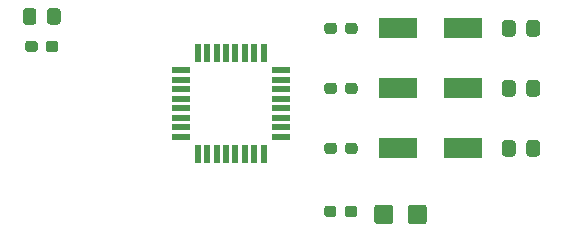
<source format=gbr>
%TF.GenerationSoftware,KiCad,Pcbnew,5.99.0-unknown-1463dd1~101~ubuntu20.04.1*%
%TF.CreationDate,2020-07-08T00:12:39-04:00*%
%TF.ProjectId,Metal Detector,4d657461-6c20-4446-9574-6563746f722e,rev?*%
%TF.SameCoordinates,Original*%
%TF.FileFunction,Paste,Top*%
%TF.FilePolarity,Positive*%
%FSLAX46Y46*%
G04 Gerber Fmt 4.6, Leading zero omitted, Abs format (unit mm)*
G04 Created by KiCad (PCBNEW 5.99.0-unknown-1463dd1~101~ubuntu20.04.1) date 2020-07-08 00:12:39*
%MOMM*%
%LPD*%
G01*
G04 APERTURE LIST*
%ADD10R,3.300000X1.700000*%
%ADD11R,0.550000X1.600000*%
%ADD12R,1.600000X0.550000*%
G04 APERTURE END LIST*
%TO.C,R5*%
G36*
G01*
X181198000Y-97011500D02*
X181198000Y-96536500D01*
G75*
G02*
X181435500Y-96299000I237500J0D01*
G01*
X182010500Y-96299000D01*
G75*
G02*
X182248000Y-96536500I0J-237500D01*
G01*
X182248000Y-97011500D01*
G75*
G02*
X182010500Y-97249000I-237500J0D01*
G01*
X181435500Y-97249000D01*
G75*
G02*
X181198000Y-97011500I0J237500D01*
G01*
G37*
G36*
G01*
X179448000Y-97011500D02*
X179448000Y-96536500D01*
G75*
G02*
X179685500Y-96299000I237500J0D01*
G01*
X180260500Y-96299000D01*
G75*
G02*
X180498000Y-96536500I0J-237500D01*
G01*
X180498000Y-97011500D01*
G75*
G02*
X180260500Y-97249000I-237500J0D01*
G01*
X179685500Y-97249000D01*
G75*
G02*
X179448000Y-97011500I0J237500D01*
G01*
G37*
%TD*%
D10*
%TO.C,D4*%
X211052500Y-95250000D03*
X216552500Y-95250000D03*
%TD*%
%TO.C,D3*%
X211052500Y-105410000D03*
X216552500Y-105410000D03*
%TD*%
%TO.C,D2*%
X211052500Y-100330000D03*
X216552500Y-100330000D03*
%TD*%
D11*
%TO.C,U1*%
X194050000Y-97350000D03*
X194850000Y-97350000D03*
X195650000Y-97350000D03*
X196450000Y-97350000D03*
X197250000Y-97350000D03*
X198050000Y-97350000D03*
X198850000Y-97350000D03*
X199650000Y-97350000D03*
D12*
X201100000Y-98800000D03*
X201100000Y-99600000D03*
X201100000Y-100400000D03*
X201100000Y-101200000D03*
X201100000Y-102000000D03*
X201100000Y-102800000D03*
X201100000Y-103600000D03*
X201100000Y-104400000D03*
D11*
X199650000Y-105850000D03*
X198850000Y-105850000D03*
X198050000Y-105850000D03*
X197250000Y-105850000D03*
X196450000Y-105850000D03*
X195650000Y-105850000D03*
X194850000Y-105850000D03*
X194050000Y-105850000D03*
D12*
X192600000Y-104400000D03*
X192600000Y-103600000D03*
X192600000Y-102800000D03*
X192600000Y-102000000D03*
X192600000Y-101200000D03*
X192600000Y-100400000D03*
X192600000Y-99600000D03*
X192600000Y-98800000D03*
%TD*%
%TO.C,R4*%
G36*
G01*
X206532500Y-95487500D02*
X206532500Y-95012500D01*
G75*
G02*
X206770000Y-94775000I237500J0D01*
G01*
X207345000Y-94775000D01*
G75*
G02*
X207582500Y-95012500I0J-237500D01*
G01*
X207582500Y-95487500D01*
G75*
G02*
X207345000Y-95725000I-237500J0D01*
G01*
X206770000Y-95725000D01*
G75*
G02*
X206532500Y-95487500I0J237500D01*
G01*
G37*
G36*
G01*
X204782500Y-95487500D02*
X204782500Y-95012500D01*
G75*
G02*
X205020000Y-94775000I237500J0D01*
G01*
X205595000Y-94775000D01*
G75*
G02*
X205832500Y-95012500I0J-237500D01*
G01*
X205832500Y-95487500D01*
G75*
G02*
X205595000Y-95725000I-237500J0D01*
G01*
X205020000Y-95725000D01*
G75*
G02*
X204782500Y-95487500I0J237500D01*
G01*
G37*
%TD*%
%TO.C,R3*%
G36*
G01*
X206532500Y-105647500D02*
X206532500Y-105172500D01*
G75*
G02*
X206770000Y-104935000I237500J0D01*
G01*
X207345000Y-104935000D01*
G75*
G02*
X207582500Y-105172500I0J-237500D01*
G01*
X207582500Y-105647500D01*
G75*
G02*
X207345000Y-105885000I-237500J0D01*
G01*
X206770000Y-105885000D01*
G75*
G02*
X206532500Y-105647500I0J237500D01*
G01*
G37*
G36*
G01*
X204782500Y-105647500D02*
X204782500Y-105172500D01*
G75*
G02*
X205020000Y-104935000I237500J0D01*
G01*
X205595000Y-104935000D01*
G75*
G02*
X205832500Y-105172500I0J-237500D01*
G01*
X205832500Y-105647500D01*
G75*
G02*
X205595000Y-105885000I-237500J0D01*
G01*
X205020000Y-105885000D01*
G75*
G02*
X204782500Y-105647500I0J237500D01*
G01*
G37*
%TD*%
%TO.C,R2*%
G36*
G01*
X206532500Y-100567500D02*
X206532500Y-100092500D01*
G75*
G02*
X206770000Y-99855000I237500J0D01*
G01*
X207345000Y-99855000D01*
G75*
G02*
X207582500Y-100092500I0J-237500D01*
G01*
X207582500Y-100567500D01*
G75*
G02*
X207345000Y-100805000I-237500J0D01*
G01*
X206770000Y-100805000D01*
G75*
G02*
X206532500Y-100567500I0J237500D01*
G01*
G37*
G36*
G01*
X204782500Y-100567500D02*
X204782500Y-100092500D01*
G75*
G02*
X205020000Y-99855000I237500J0D01*
G01*
X205595000Y-99855000D01*
G75*
G02*
X205832500Y-100092500I0J-237500D01*
G01*
X205832500Y-100567500D01*
G75*
G02*
X205595000Y-100805000I-237500J0D01*
G01*
X205020000Y-100805000D01*
G75*
G02*
X204782500Y-100567500I0J237500D01*
G01*
G37*
%TD*%
%TO.C,R1*%
G36*
G01*
X206499000Y-110981500D02*
X206499000Y-110506500D01*
G75*
G02*
X206736500Y-110269000I237500J0D01*
G01*
X207311500Y-110269000D01*
G75*
G02*
X207549000Y-110506500I0J-237500D01*
G01*
X207549000Y-110981500D01*
G75*
G02*
X207311500Y-111219000I-237500J0D01*
G01*
X206736500Y-111219000D01*
G75*
G02*
X206499000Y-110981500I0J237500D01*
G01*
G37*
G36*
G01*
X204749000Y-110981500D02*
X204749000Y-110506500D01*
G75*
G02*
X204986500Y-110269000I237500J0D01*
G01*
X205561500Y-110269000D01*
G75*
G02*
X205799000Y-110506500I0J-237500D01*
G01*
X205799000Y-110981500D01*
G75*
G02*
X205561500Y-111219000I-237500J0D01*
G01*
X204986500Y-111219000D01*
G75*
G02*
X204749000Y-110981500I0J237500D01*
G01*
G37*
%TD*%
%TO.C,D1*%
G36*
G01*
X210604000Y-110423000D02*
X210604000Y-111573000D01*
G75*
G02*
X210354000Y-111823000I-250000J0D01*
G01*
X209254000Y-111823000D01*
G75*
G02*
X209004000Y-111573000I0J250000D01*
G01*
X209004000Y-110423000D01*
G75*
G02*
X209254000Y-110173000I250000J0D01*
G01*
X210354000Y-110173000D01*
G75*
G02*
X210604000Y-110423000I0J-250000D01*
G01*
G37*
G36*
G01*
X213454000Y-110423000D02*
X213454000Y-111573000D01*
G75*
G02*
X213204000Y-111823000I-250000J0D01*
G01*
X212104000Y-111823000D01*
G75*
G02*
X211854000Y-111573000I0J250000D01*
G01*
X211854000Y-110423000D01*
G75*
G02*
X212104000Y-110173000I250000J0D01*
G01*
X213204000Y-110173000D01*
G75*
G02*
X213454000Y-110423000I0J-250000D01*
G01*
G37*
%TD*%
%TO.C,C4*%
G36*
G01*
X221872500Y-95700000D02*
X221872500Y-94800000D01*
G75*
G02*
X222122500Y-94550000I250000J0D01*
G01*
X222772500Y-94550000D01*
G75*
G02*
X223022500Y-94800000I0J-250000D01*
G01*
X223022500Y-95700000D01*
G75*
G02*
X222772500Y-95950000I-250000J0D01*
G01*
X222122500Y-95950000D01*
G75*
G02*
X221872500Y-95700000I0J250000D01*
G01*
G37*
G36*
G01*
X219822500Y-95700000D02*
X219822500Y-94800000D01*
G75*
G02*
X220072500Y-94550000I250000J0D01*
G01*
X220722500Y-94550000D01*
G75*
G02*
X220972500Y-94800000I0J-250000D01*
G01*
X220972500Y-95700000D01*
G75*
G02*
X220722500Y-95950000I-250000J0D01*
G01*
X220072500Y-95950000D01*
G75*
G02*
X219822500Y-95700000I0J250000D01*
G01*
G37*
%TD*%
%TO.C,C3*%
G36*
G01*
X221872500Y-105860000D02*
X221872500Y-104960000D01*
G75*
G02*
X222122500Y-104710000I250000J0D01*
G01*
X222772500Y-104710000D01*
G75*
G02*
X223022500Y-104960000I0J-250000D01*
G01*
X223022500Y-105860000D01*
G75*
G02*
X222772500Y-106110000I-250000J0D01*
G01*
X222122500Y-106110000D01*
G75*
G02*
X221872500Y-105860000I0J250000D01*
G01*
G37*
G36*
G01*
X219822500Y-105860000D02*
X219822500Y-104960000D01*
G75*
G02*
X220072500Y-104710000I250000J0D01*
G01*
X220722500Y-104710000D01*
G75*
G02*
X220972500Y-104960000I0J-250000D01*
G01*
X220972500Y-105860000D01*
G75*
G02*
X220722500Y-106110000I-250000J0D01*
G01*
X220072500Y-106110000D01*
G75*
G02*
X219822500Y-105860000I0J250000D01*
G01*
G37*
%TD*%
%TO.C,C2*%
G36*
G01*
X221872500Y-100780000D02*
X221872500Y-99880000D01*
G75*
G02*
X222122500Y-99630000I250000J0D01*
G01*
X222772500Y-99630000D01*
G75*
G02*
X223022500Y-99880000I0J-250000D01*
G01*
X223022500Y-100780000D01*
G75*
G02*
X222772500Y-101030000I-250000J0D01*
G01*
X222122500Y-101030000D01*
G75*
G02*
X221872500Y-100780000I0J250000D01*
G01*
G37*
G36*
G01*
X219822500Y-100780000D02*
X219822500Y-99880000D01*
G75*
G02*
X220072500Y-99630000I250000J0D01*
G01*
X220722500Y-99630000D01*
G75*
G02*
X220972500Y-99880000I0J-250000D01*
G01*
X220972500Y-100780000D01*
G75*
G02*
X220722500Y-101030000I-250000J0D01*
G01*
X220072500Y-101030000D01*
G75*
G02*
X219822500Y-100780000I0J250000D01*
G01*
G37*
%TD*%
%TO.C,C1*%
G36*
G01*
X181298000Y-94684000D02*
X181298000Y-93784000D01*
G75*
G02*
X181548000Y-93534000I250000J0D01*
G01*
X182198000Y-93534000D01*
G75*
G02*
X182448000Y-93784000I0J-250000D01*
G01*
X182448000Y-94684000D01*
G75*
G02*
X182198000Y-94934000I-250000J0D01*
G01*
X181548000Y-94934000D01*
G75*
G02*
X181298000Y-94684000I0J250000D01*
G01*
G37*
G36*
G01*
X179248000Y-94684000D02*
X179248000Y-93784000D01*
G75*
G02*
X179498000Y-93534000I250000J0D01*
G01*
X180148000Y-93534000D01*
G75*
G02*
X180398000Y-93784000I0J-250000D01*
G01*
X180398000Y-94684000D01*
G75*
G02*
X180148000Y-94934000I-250000J0D01*
G01*
X179498000Y-94934000D01*
G75*
G02*
X179248000Y-94684000I0J250000D01*
G01*
G37*
%TD*%
M02*

</source>
